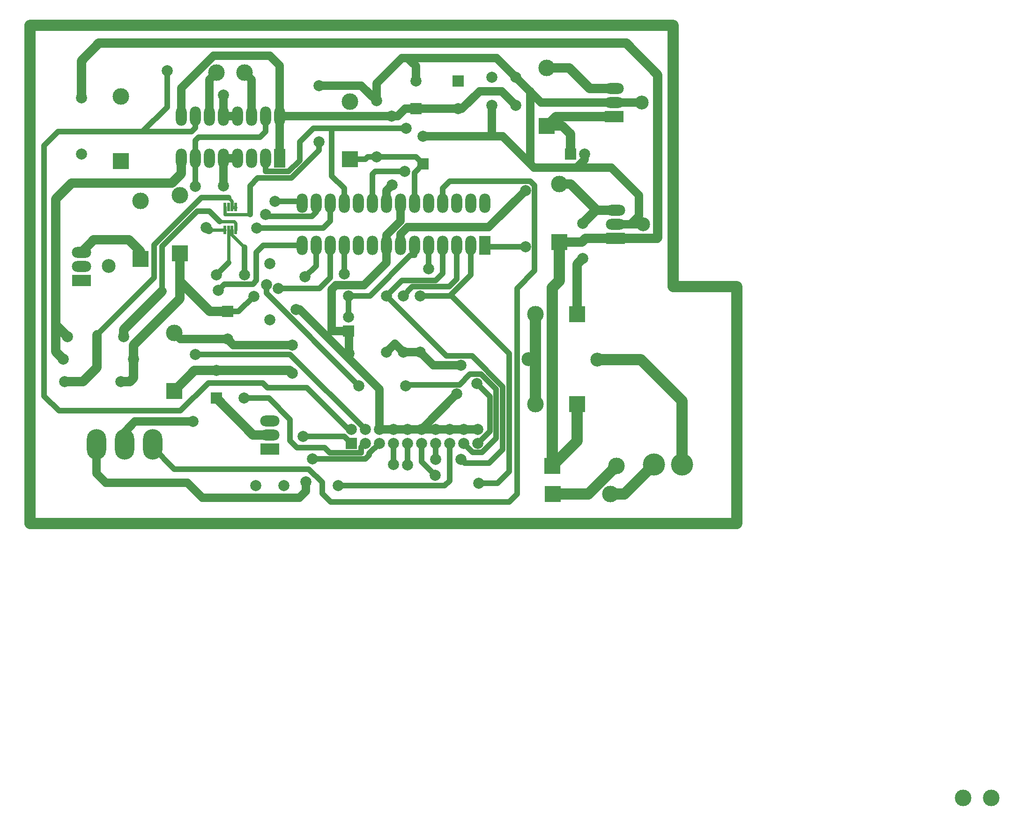
<source format=gbl>
%FSLAX42Y42*%
%MOMM*%
G71*
G01*
G75*
G04 Layer_Physical_Order=2*
%ADD10R,0.60X1.55*%
%ADD11C,1.50*%
%ADD12C,1.00*%
%ADD13C,1.70*%
%ADD14C,2.00*%
%ADD15C,0.60*%
%ADD16C,0.36*%
%ADD17C,0.80*%
%ADD18C,3.00*%
%ADD19R,3.00X3.00*%
%ADD20O,2.00X3.50*%
%ADD21R,2.00X3.50*%
%ADD22R,2.00X2.00*%
%ADD23C,2.00*%
%ADD24O,3.52X5.52*%
%ADD25C,4.00*%
%ADD26R,3.50X2.00*%
%ADD27O,3.50X2.00*%
%ADD28C,2.50*%
D10*
X6419Y8886D02*
D03*
X6484D02*
D03*
X6549Y9301D02*
D03*
X6484D02*
D03*
X6549Y8886D02*
D03*
X6354Y9301D02*
D03*
Y8886D02*
D03*
X6419Y9301D02*
D03*
D11*
X7706Y7445D02*
X9144Y6007D01*
X9271Y8294D02*
Y8611D01*
X7638Y7445D02*
X7706D01*
X9144Y5283D02*
Y6007D01*
X8585Y7061D02*
X8593Y7054D01*
Y6655D02*
Y7054D01*
X8280Y7061D02*
X8585D01*
X6325Y10947D02*
Y11326D01*
Y9688D02*
Y10185D01*
X6017Y8933D02*
X6063Y8887D01*
X7341Y10947D02*
X9479D01*
X11359Y11397D02*
X11613Y11143D01*
X10566Y11078D02*
X10636D01*
X9804Y11078D02*
X10566Y11078D01*
X9610Y11078D02*
X9804Y11078D01*
X9271Y9601D02*
X9375Y9705D01*
X9271Y9373D02*
Y9601D01*
X10955Y11397D02*
X11359D01*
X10636Y11078D02*
X10955Y11397D01*
X12070Y11194D02*
X13884D01*
X11938Y10013D02*
X13338D01*
X13686Y8992D02*
X13835Y9141D01*
X13411Y8992D02*
X13912D01*
X11267Y11996D02*
X12070Y11194D01*
X9550Y11996D02*
X11267D01*
X11370Y10580D02*
X11938Y10013D01*
X9936Y10580D02*
X11370D01*
X11872Y10079D02*
Y11392D01*
X12852Y10155D02*
Y10262D01*
X12710Y10013D02*
X12852Y10155D01*
X9657Y11996D02*
X9804Y11849D01*
Y11578D02*
Y11849D01*
X9093Y11227D02*
Y11539D01*
X11176Y10580D02*
Y11143D01*
X13835Y9141D02*
Y9515D01*
X13338Y10013D02*
X13835Y9515D01*
X9881Y6680D02*
X10122Y6439D01*
X10620D01*
X9525Y9047D02*
Y9373D01*
X10668Y5283D02*
X10922D01*
X10414D02*
X10668D01*
X10160D02*
X10414D01*
X9906D02*
X10160D01*
X9652D02*
X9906D01*
X9398D02*
X9652D01*
X9144D02*
X9398D01*
X9271Y8611D02*
Y8793D01*
X6325Y10947D02*
X6579D01*
X6325Y10185D02*
X6579D01*
X6506Y6807D02*
X7569D01*
X6401Y6913D02*
X6506Y6807D01*
X5548Y6913D02*
X6401D01*
X5436Y7025D02*
X5548Y6913D01*
X11123Y8938D02*
X11786Y9601D01*
X9525Y8611D02*
Y8811D01*
X9576Y6680D02*
X9881D01*
X7341Y10947D02*
Y11864D01*
Y10185D02*
Y10947D01*
X5563D02*
Y11455D01*
X9423Y6833D02*
X9576Y6680D01*
X9271D02*
X9423Y6833D01*
X6071Y10947D02*
Y11605D01*
X6200Y11735D01*
X6833Y10947D02*
Y11610D01*
X6708Y11735D02*
X6833Y11610D01*
X9271Y8793D02*
X9525Y9047D01*
X8864Y7887D02*
X9271Y8294D01*
X8357Y7887D02*
X8864D01*
X8280Y7811D02*
X8357Y7887D01*
X8280Y7061D02*
Y7811D01*
X5563Y11455D02*
X6149Y12042D01*
X7163D01*
X7341Y11864D01*
X9652Y8938D02*
X11123D01*
X9525Y8811D02*
X9652Y8938D01*
X9093Y11539D02*
X9550Y11996D01*
X8821Y11499D02*
X9093Y11227D01*
X8057Y11499D02*
X8821D01*
X9479Y10947D02*
X9610Y11078D01*
X9906Y5283D02*
X10544Y5921D01*
X11964Y6556D02*
X11969Y6551D01*
X13884Y11194D02*
X13889Y11189D01*
X4539Y5235D02*
X4729Y5425D01*
X4539Y5011D02*
Y5235D01*
X4729Y5425D02*
X5778Y5423D01*
X7699Y4044D02*
X7816Y4161D01*
X5946Y4044D02*
X7699D01*
X5674Y4315D02*
X5946Y4044D01*
X4199Y4315D02*
X5674D01*
X4031Y4483D02*
X4199Y4315D01*
X4031Y4483D02*
Y5011D01*
X7816Y4161D02*
Y4331D01*
D12*
X10287Y9373D02*
Y9642D01*
X5047Y4961D02*
X5443Y4564D01*
X7869D01*
X5047Y4961D02*
Y5011D01*
X7953Y10724D02*
X9629D01*
X3338Y10663D02*
X5748D01*
X8285Y9863D02*
Y10724D01*
X8509Y9373D02*
Y9639D01*
X5817Y10732D02*
Y10947D01*
X5314Y11110D02*
Y11763D01*
X4867Y10663D02*
X5314Y11110D01*
X7087Y9944D02*
Y10185D01*
X8285Y9863D02*
X8509Y9639D01*
X7508Y9944D02*
X7709Y10145D01*
X7087Y9944D02*
X7508D01*
X7709Y10480D02*
X7953Y10724D01*
X7709Y10145D02*
Y10480D01*
X9068Y9947D02*
X9604D01*
X9017Y9373D02*
Y9896D01*
X6603Y7413D02*
X6878Y7689D01*
X6401Y7413D02*
X6603D01*
X7049Y8611D02*
X7747D01*
X10414Y4354D02*
Y5029D01*
X8400Y4262D02*
X10323D01*
X6233Y7798D02*
X6345Y7910D01*
X5550Y5618D02*
X6053Y6121D01*
X3355Y5618D02*
X5550D01*
X3089Y10414D02*
X3338Y10663D01*
X3089Y5885D02*
Y10414D01*
Y5885D02*
X3355Y5618D01*
X12270Y4623D02*
X12273D01*
X6053Y6121D02*
X7036D01*
X8585Y5283D02*
X8636D01*
X7036Y6121D02*
X7122Y6035D01*
X7833D01*
X8585Y5283D01*
X8057Y10328D02*
Y10483D01*
X7557Y9827D02*
X8057Y10328D01*
X6947Y9827D02*
X7557D01*
X6807Y9169D02*
Y9688D01*
X6947Y9827D01*
X6076Y9223D02*
Y9225D01*
X5852D02*
X6076D01*
Y9223D02*
X6256Y9042D01*
X10617Y4737D02*
X10686Y4669D01*
X9271Y7696D02*
X10361Y6607D01*
X10160Y4737D02*
Y5029D01*
X11125Y4669D02*
X11374Y4917D01*
X10686Y4669D02*
X11125D01*
X9906Y4696D02*
X10152Y4450D01*
X9906Y4696D02*
Y5029D01*
X9881Y7696D02*
X10447D01*
X10795Y8077D02*
Y8611D01*
X10414Y7696D02*
X10795Y8077D01*
X10942Y4308D02*
X11283D01*
X9652Y4641D02*
Y5029D01*
X11491Y4516D02*
Y6652D01*
X11283Y4308D02*
X11491Y4516D01*
X10033Y8189D02*
Y8611D01*
X9398Y4648D02*
Y5029D01*
X10323Y4262D02*
X10414Y4354D01*
X11636Y4110D02*
Y7833D01*
X7262Y9406D02*
X7747D01*
Y9373D02*
Y9406D01*
X8001Y8235D02*
Y8611D01*
X7805Y8039D02*
X8001Y8235D01*
X8509Y5156D02*
X8636Y5029D01*
X7767Y5156D02*
X8509D01*
X9779Y8428D02*
Y8611D01*
X9705Y8428D02*
X9779D01*
X8585Y7691D02*
X8974Y7696D01*
X8585Y7315D02*
Y7691D01*
X8821Y4961D02*
X8890Y5029D01*
X8255Y8021D02*
Y8611D01*
X7320Y7833D02*
X8067D01*
X6698Y5845D02*
X7148D01*
X8255Y9047D02*
Y9373D01*
X7087Y10668D02*
Y10947D01*
X7534Y6640D02*
X8890Y5283D01*
X6932Y8920D02*
X8128D01*
X5817Y10185D02*
Y10503D01*
Y9680D02*
Y10185D01*
Y6640D02*
X7534D01*
X8509Y8092D02*
Y8611D01*
X8964Y4849D02*
X9144Y5029D01*
X7935Y4745D02*
X8890D01*
X6198Y8077D02*
X6419Y8299D01*
X6706Y8077D02*
Y8572D01*
X9806Y10211D02*
X9936Y10080D01*
X9779Y9923D02*
X9936Y10080D01*
X9779Y9373D02*
Y9923D01*
X9093Y10211D02*
X9806D01*
X8938D02*
X9093D01*
X8616Y10163D02*
X8890D01*
X10541Y7996D02*
Y8611D01*
X9576Y7696D02*
X9741Y7862D01*
X10287Y8105D02*
Y8611D01*
X9271Y7696D02*
X9553Y7978D01*
X9619Y6071D02*
X9637Y6088D01*
X8001Y9208D02*
Y9373D01*
X10668Y5029D02*
X10833Y4864D01*
X7094Y9164D02*
X7127Y9131D01*
X7104Y7742D02*
X8776Y6071D01*
X7104Y7742D02*
Y7894D01*
X11049Y8585D02*
X11786D01*
X11049D02*
Y8611D01*
X5748Y10663D02*
X5817Y10732D01*
X8974Y7696D02*
X9705Y8428D01*
X8067Y7833D02*
X8255Y8021D01*
X7148Y5845D02*
X7531Y5461D01*
Y5080D02*
Y5461D01*
Y5080D02*
X7658Y4953D01*
X8156D01*
X8247Y4862D01*
X8821D01*
Y4961D01*
X8128Y8920D02*
X8255Y9047D01*
X7924Y9131D02*
X8001Y9208D01*
X7127Y9131D02*
X7924D01*
X9637Y6088D02*
X10592D01*
X10782Y6279D01*
X10987D01*
X11258Y6007D01*
Y5124D02*
Y6007D01*
X10998Y4864D02*
X11258Y5124D01*
X10833Y4864D02*
X10998D01*
X11143Y5250D02*
Y5878D01*
X5215Y8588D02*
X5852Y9225D01*
X5215Y7780D02*
Y8588D01*
X10287Y9642D02*
X10414Y9769D01*
X11875D01*
X11953Y9690D01*
Y8151D02*
Y9690D01*
X11636Y7833D02*
X11953Y8151D01*
X6345Y7910D02*
X6858D01*
X6921Y7973D01*
Y8484D01*
X7049Y8611D01*
X10361Y6607D02*
X10823D01*
X11374Y6055D01*
Y4917D02*
Y6055D01*
X6985Y10566D02*
X7087Y10668D01*
X5880Y10566D02*
X6985D01*
X5817Y10503D02*
X5880Y10566D01*
X10447Y7696D02*
X11491Y6652D01*
X5926Y9472D02*
X6419D01*
X5075Y8621D02*
X5926Y9472D01*
X10160Y7978D02*
X10287Y8105D01*
X9553Y7978D02*
X10160D01*
X10406Y7862D02*
X10541Y7996D01*
X9741Y7862D02*
X10406D01*
X9017Y9896D02*
X9068Y9947D01*
X8890Y10163D02*
X8938Y10211D01*
X8890Y4745D02*
X8964Y4818D01*
Y4849D01*
X10909Y6111D02*
X11143Y5878D01*
X10922Y5029D02*
X11143Y5250D01*
X14171Y8738D02*
X14176Y8743D01*
X13404Y8738D02*
X13406Y8735D01*
X4041Y6993D02*
X5075Y8026D01*
Y8621D01*
X5537Y7643D02*
Y7645D01*
X7869Y4564D02*
X8113Y4321D01*
Y4120D02*
Y4321D01*
Y4120D02*
X8263Y3970D01*
X11496D01*
X11636Y4110D01*
D13*
X5537Y7645D02*
Y8469D01*
X4699Y6213D02*
Y6805D01*
X6085Y7413D02*
X6401D01*
X5537Y7960D02*
X6085Y7413D01*
X4470Y6147D02*
X4633D01*
X3759Y11943D02*
X4079Y12263D01*
X13061Y9246D02*
X13411D01*
X12824Y9009D02*
X13061Y9246D01*
X12601Y9718D02*
X13073Y9246D01*
X12395Y9718D02*
X12601D01*
X12719Y8267D02*
X12824Y8372D01*
X12719Y7366D02*
Y8267D01*
X13607Y12263D02*
X14176Y11694D01*
X3584Y9738D02*
X5395D01*
X3294Y9449D02*
X3584Y9738D01*
X5802Y6346D02*
X7522D01*
X5436Y5979D02*
X5802Y6346D01*
X7522D02*
X7569Y6299D01*
X6862Y5182D02*
X7163D01*
X6198Y5846D02*
X6862Y5182D01*
X12172Y11818D02*
X12578D01*
X12949Y11448D02*
X13391D01*
X12598Y10262D02*
Y10620D01*
X12339Y10940D02*
X13391D01*
X12172Y10772D02*
X12446D01*
X12172D02*
X12339Y10940D01*
X12578Y11818D02*
X12949Y11448D01*
X5395Y9738D02*
X5563Y9906D01*
X12446Y10772D02*
X12598Y10620D01*
X12804Y8672D02*
X12870Y8738D01*
X12395Y8672D02*
X12804D01*
X3759Y11278D02*
Y11943D01*
X13411Y8738D02*
X14171D01*
X14176Y8743D02*
Y9070D01*
Y11694D01*
X12870Y8738D02*
X13411D01*
X4079Y12263D02*
X13607D01*
X3983Y8707D02*
X4620D01*
X4826Y8501D01*
X3759Y8484D02*
X3983Y8707D01*
X4826Y8367D02*
Y8501D01*
X4041Y6398D02*
Y6993D01*
X3790Y6147D02*
X4041Y6398D01*
X3454Y6147D02*
X3790D01*
X4521Y6960D02*
Y7087D01*
X5215Y7780D01*
X3294Y7501D02*
Y9449D01*
X4633Y6147D02*
X4699Y6213D01*
X3294Y6688D02*
X3429Y6553D01*
X3294Y7170D02*
X3505Y6960D01*
X5563Y9906D02*
Y10185D01*
X3294Y6688D02*
Y7501D01*
X4699Y6805D02*
X5537Y7643D01*
D14*
X12395Y7968D02*
Y8672D01*
X12719Y5069D02*
Y5740D01*
X12270Y4623D02*
Y7843D01*
X12273Y4623D02*
X12719Y5069D01*
X12270Y7843D02*
X12395Y7968D01*
X13576Y4115D02*
X14110Y4648D01*
X13325Y4115D02*
X13576D01*
X12927D02*
X13435Y4623D01*
X12279Y4115D02*
X12927D01*
X13871Y6543D02*
X14618Y5796D01*
X11836Y6553D02*
X11964Y6556D01*
X14618Y4648D02*
Y5796D01*
X13081Y6543D02*
X13871D01*
X11969Y5740D02*
Y7366D01*
X2832Y3576D02*
X15608Y3579D01*
X2830Y12588D02*
X2832Y3576D01*
X2830Y12588D02*
X14455Y12591D01*
X14458Y7861D02*
X15606D01*
X15608Y3579D01*
X14455Y12591D02*
X14458Y7861D01*
D15*
X6520Y9042D02*
X6548Y9007D01*
X6256Y9042D02*
X6520D01*
X6354Y9169D02*
Y9301D01*
X6063Y8887D02*
X6354D01*
X6419Y8299D02*
Y8886D01*
X6484Y8794D02*
Y8886D01*
Y9299D02*
X6549D01*
X6419Y9472D02*
X6484Y9407D01*
Y8794D02*
X6706Y8572D01*
X6354Y9169D02*
X6807D01*
X6484Y9301D02*
Y9407D01*
X6548Y9007D02*
X6549Y8886D01*
D16*
X6354Y8886D02*
Y8887D01*
X6549Y9299D02*
Y9301D01*
X6484Y9299D02*
Y9301D01*
D17*
X20206Y-1384D02*
X20218Y-1372D01*
D18*
X11969Y7366D02*
D03*
X6708Y11735D02*
D03*
X6200D02*
D03*
X13325Y4115D02*
D03*
X4826Y9413D02*
D03*
X5436Y7025D02*
D03*
X12172Y11818D02*
D03*
X12395Y9718D02*
D03*
X5537Y9515D02*
D03*
X11969Y5740D02*
D03*
X8616Y11209D02*
D03*
X13435Y4623D02*
D03*
X4470Y11301D02*
D03*
X20206Y-1384D02*
D03*
X19698D02*
D03*
D19*
X12719Y7366D02*
D03*
X12279Y4115D02*
D03*
X4826Y8367D02*
D03*
X5436Y5979D02*
D03*
X12172Y10772D02*
D03*
X12395Y8672D02*
D03*
X5537Y8469D02*
D03*
X12719Y5740D02*
D03*
X8616Y10163D02*
D03*
X4470Y10136D02*
D03*
X12270Y4623D02*
D03*
D20*
X6833Y10185D02*
D03*
X6579D02*
D03*
X6325D02*
D03*
X6071D02*
D03*
X6579Y10947D02*
D03*
X6325D02*
D03*
X6071D02*
D03*
X6833D02*
D03*
X7087Y10185D02*
D03*
X5817D02*
D03*
X5563Y10947D02*
D03*
X5817D02*
D03*
X7087D02*
D03*
X7341D02*
D03*
X5563Y10185D02*
D03*
X10795Y8611D02*
D03*
X10541D02*
D03*
X10287D02*
D03*
X10033D02*
D03*
X9779D02*
D03*
X9525D02*
D03*
X9271D02*
D03*
X9017D02*
D03*
X8763D02*
D03*
X8509D02*
D03*
X8255D02*
D03*
X8001D02*
D03*
X7747D02*
D03*
X11049Y9373D02*
D03*
X10795D02*
D03*
X10541D02*
D03*
X10287D02*
D03*
X10033D02*
D03*
X9779D02*
D03*
X9525D02*
D03*
X9271D02*
D03*
X9017D02*
D03*
X8763D02*
D03*
X8509D02*
D03*
X8255D02*
D03*
X8001D02*
D03*
X7747D02*
D03*
D21*
X7341Y10185D02*
D03*
X11049Y8611D02*
D03*
D22*
X12598Y10262D02*
D03*
X6198Y5846D02*
D03*
X10566Y11578D02*
D03*
X9804Y11078D02*
D03*
X8636Y5029D02*
D03*
X6401Y7413D02*
D03*
X9936Y10080D02*
D03*
X8585Y7061D02*
D03*
D23*
X12852Y10262D02*
D03*
X8585Y7691D02*
D03*
X8593Y6655D02*
D03*
X3759Y10262D02*
D03*
Y11278D02*
D03*
X6198Y6346D02*
D03*
X7163Y8280D02*
D03*
Y7264D02*
D03*
X11786Y8585D02*
D03*
Y9601D02*
D03*
X7569Y6807D02*
D03*
Y6299D02*
D03*
X9271Y6680D02*
D03*
Y7696D02*
D03*
X9576Y6680D02*
D03*
Y7696D02*
D03*
X9881Y6680D02*
D03*
Y7696D02*
D03*
X7417Y4267D02*
D03*
X6909D02*
D03*
X10566Y11078D02*
D03*
X11613Y11143D02*
D03*
Y11651D02*
D03*
X11176Y11143D02*
D03*
Y11651D02*
D03*
X9804Y11578D02*
D03*
X8636Y5283D02*
D03*
X8890Y5029D02*
D03*
Y5283D02*
D03*
X9144Y5029D02*
D03*
Y5283D02*
D03*
X9398Y5029D02*
D03*
Y5283D02*
D03*
X9652Y5029D02*
D03*
Y5283D02*
D03*
X9906Y5029D02*
D03*
Y5283D02*
D03*
X10160Y5029D02*
D03*
Y5283D02*
D03*
X10414Y5029D02*
D03*
Y5283D02*
D03*
X10668Y5029D02*
D03*
Y5283D02*
D03*
X10922Y5029D02*
D03*
Y5283D02*
D03*
X3454Y6147D02*
D03*
X4470D02*
D03*
X6401Y6913D02*
D03*
X6198Y8077D02*
D03*
X6706D02*
D03*
X3429Y6553D02*
D03*
X4699D02*
D03*
X4521Y6960D02*
D03*
X3505D02*
D03*
X9093Y11227D02*
D03*
Y10211D02*
D03*
X8057Y11499D02*
D03*
Y10483D02*
D03*
X9936Y10580D02*
D03*
X8585Y7315D02*
D03*
X6878Y7689D02*
D03*
X12824Y8372D02*
D03*
Y9009D02*
D03*
X10617Y4737D02*
D03*
X10160D02*
D03*
X5778Y5423D02*
D03*
X7638Y7445D02*
D03*
X6325Y9688D02*
D03*
Y11326D02*
D03*
X10544Y5921D02*
D03*
X10620Y6439D02*
D03*
X9629Y10724D02*
D03*
X5314Y11763D02*
D03*
X7320Y7833D02*
D03*
X6698Y5845D02*
D03*
X5817Y6640D02*
D03*
X6932Y8920D02*
D03*
X5817Y9680D02*
D03*
X7094Y9164D02*
D03*
X7104Y7894D02*
D03*
X8776Y6071D02*
D03*
X9619D02*
D03*
X10909Y6111D02*
D03*
X8400Y4262D02*
D03*
X6233Y7798D02*
D03*
X7262Y9406D02*
D03*
X9652Y4641D02*
D03*
X10942Y4308D02*
D03*
X6017Y8933D02*
D03*
X10152Y4450D02*
D03*
X9604Y9947D02*
D03*
X9398Y4648D02*
D03*
X10033Y8189D02*
D03*
X8509Y8092D02*
D03*
X7935Y4745D02*
D03*
X7805Y8039D02*
D03*
X7767Y5156D02*
D03*
X9375Y9705D02*
D03*
X7816Y4331D02*
D03*
X9368Y10945D02*
D03*
D24*
X4539Y5011D02*
D03*
X4031D02*
D03*
X5047D02*
D03*
D25*
X14110Y4648D02*
D03*
X14618D02*
D03*
D26*
X3759Y7976D02*
D03*
X7163Y4928D02*
D03*
X13391Y10940D02*
D03*
X13411Y8738D02*
D03*
D27*
X3759Y8230D02*
D03*
Y8484D02*
D03*
X7163Y5182D02*
D03*
Y5436D02*
D03*
X13391Y11194D02*
D03*
Y11448D02*
D03*
X13411Y8992D02*
D03*
Y9246D02*
D03*
D28*
X13889Y11189D02*
D03*
X13912Y8992D02*
D03*
X4254Y8235D02*
D03*
X11836Y6553D02*
D03*
X13081Y6543D02*
D03*
M02*

</source>
